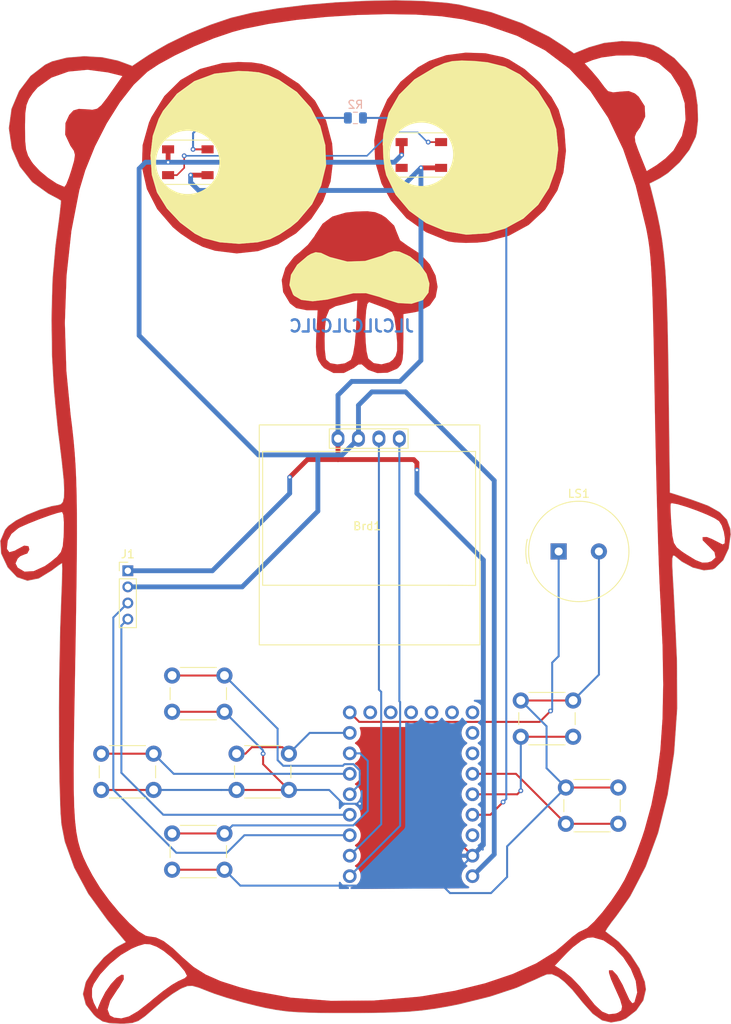
<source format=kicad_pcb>
(kicad_pcb (version 20240108) (generator "pcbnew") (generator_version "8.0")
  (layers (0 "F.Cu" signal) (31 "B.Cu" signal) (34 "B.Paste" user) (35 "F.Paste" user) (36 "B.SilkS" user "B.Silkscreen") (37 "F.SilkS" user "F.Silkscreen") (38 "B.Mask" user) (39 "F.Mask" user) (44 "Edge.Cuts" user))
  (net 0 "")
  (net 1 "GND")
  (net 2 "VCC")
  (net 3 "Net-(D1-DIN)")
  (net 4 "Net-(D1-DOUT)")
  (net 6 "/SDA")
  (net 7 "/SCL")
  (net 8 "/SDA1")
  (net 9 "/SCL1")
  (net 10 "Net-(U1-GP8)")
  (net 11 "/GP29")
  (net 12 "Net-(U1-GP4)")
  (net 13 "Net-(U1-GP5)")
  (net 14 "Net-(U1-GP6)")
  (net 15 "Net-(U1-GP7)")
  (net 16 "Net-(U1-GP28)")
  (net 17 "Net-(U1-GP27)")
  (footprint "MountingHole:MountingHole_3.2mm_M3" (layer "F.Cu") (at 116.4 66.6)
    (property "Reference" "REF**" (hide yes))
    (property "Value" "MountingHole_3.2mm_M3")
  )
  (footprint "LED_SMD:LED_WS2812B_PLCC4_5.0x5.0mm_P3.2mm" (layer "F.Cu") (at 95.65 79.9)
    (property "Reference" "D1" (hide yes))
    (property "Value" "WS2812B")
  )
  (footprint "LED_SMD:LED_WS2812B_PLCC4_5.0x5.0mm_P3.2mm" (layer "F.Cu") (at 124.65 79)
    (property "Reference" "D2" (hide yes))
    (property "Value" "WS2812B")
  )
  (footprint "rp2040-zero:my-rp2040-zero" (layer "F.Cu") (at 123.38 158.34 180)
    (property "Reference" "U1" (hide yes))
    (property "Value" "~" (hide yes))
  )
  (footprint "XIAO:128x64OLED" (layer "F.Cu") (at 117.92 124.8)
    (property "Reference" "Brd1")
    (property "Value" "SSD1306")
  )
  (footprint "Button_Switch_THT:SW_PUSH_6mm_H4.3mm" (layer "F.Cu") (at 137 146.7)
    (property "Reference" "SW5" (hide yes))
    (property "Value" "SW_Push")
  )
  (footprint "Button_Switch_THT:SW_PUSH_6mm_H4.3mm" (layer "F.Cu") (at 84.9 153.3)
    (property "Reference" "SW2" (hide yes))
    (property "Value" "SW_Push")
  )
  (footprint "Button_Switch_THT:SW_PUSH_6mm_H4.3mm" (layer "F.Cu") (at 93.7 163.2)
    (property "Reference" "SW3" (hide yes))
    (property "Value" "SW_Push")
  )
  (footprint "Connector_PinHeader_2.00mm:PinHeader_1x04_P2.00mm_Vertical" (layer "F.Cu") (at 88.2 130.6)
    (property "Reference" "J1")
    (property "Value" "Conn_01x04_Pin")
  )
  (footprint "Button_Switch_THT:SW_PUSH_6mm_H4.3mm" (layer "F.Cu") (at 93.7 143.6)
    (property "Reference" "SW1" (hide yes))
    (property "Value" "SW_Push")
  )
  (footprint "gopher:gopher" (layer "F.Cu") (at 117.7 123.3)
    (property "Reference" "G***" (hide yes))
    (property "Value" "LOGO" (hide yes))
    (fp_line (start -45.35 3.59) (end -44.76 2.2) (stroke (width 0.05)) (layer "Edge.Cuts"))
    (fp_line (start -45.25 5.16) (end -45.35 3.59) (stroke (width 0.05)) (layer "Edge.Cuts"))
    (fp_line (start -44.76 2.2) (end -44.36 1.73) (stroke (width 0.05)) (layer "Edge.Cuts"))
    (fp_line (start -44.43 6.89) (end -45.25 5.16) (stroke (width 0.05)) (layer "Edge.Cuts"))
    (fp_line (start -44.36 1.73) (end -43.41 1.05) (stroke (width 0.05)) (layer "Edge.Cuts"))
    (fp_line (start -44.29 -47.63) (end -43.96 -50.04) (stroke (width 0.05)) (layer "Edge.Cuts"))
    (fp_line (start -43.96 -50.04) (end -43.01 -52.27) (stroke (width 0.05)) (layer "Edge.Cuts"))
    (fp_line (start -43.93 -45.12) (end -44.29 -47.63) (stroke (width 0.05)) (layer "Edge.Cuts"))
    (fp_line (start -43.41 1.05) (end -42.02 0.33) (stroke (width 0.05)) (layer "Edge.Cuts"))
    (fp_line (start -43.28 8.11) (end -44.43 6.89) (stroke (width 0.05)) (layer "Edge.Cuts"))
    (fp_line (start -43.01 -52.27) (end -41.59 -54.13) (stroke (width 0.05)) (layer "Edge.Cuts"))
    (fp_line (start -42.93 -42.86) (end -43.93 -45.12) (stroke (width 0.05)) (layer "Edge.Cuts"))
    (fp_line (start -42.02 0.33) (end -40.41 -0.31) (stroke (width 0.05)) (layer "Edge.Cuts"))
    (fp_line (start -41.97 8.55) (end -43.28 8.11) (stroke (width 0.05)) (layer "Edge.Cuts"))
    (fp_line (start -41.59 -54.13) (end -39.78 -55.52) (stroke (width 0.05)) (layer "Edge.Cuts"))
    (fp_line (start -41.39 -40.93) (end -42.93 -42.86) (stroke (width 0.05)) (layer "Edge.Cuts"))
    (fp_line (start -40.54 8.26) (end -41.97 8.55) (stroke (width 0.05)) (layer "Edge.Cuts"))
    (fp_line (start -40.41 -0.31) (end -38.94 -0.74) (stroke (width 0.05)) (layer "Edge.Cuts"))
    (fp_line (start -39.79 7.8) (end -40.54 8.26) (stroke (width 0.05)) (layer "Edge.Cuts"))
    (fp_line (start -39.78 -55.52) (end -38.91 -55.93) (stroke (width 0.05)) (layer "Edge.Cuts"))
    (fp_line (start -39.4 -39.5) (end -41.39 -40.93) (stroke (width 0.05)) (layer "Edge.Cuts"))
    (fp_line (start -38.99 -23.79) (end -38.94 -26.34) (stroke (width 0.05)) (layer "Edge.Cuts"))
    (fp_line (start -38.95 -21.14) (end -38.99 -23.79) (stroke (width 0.05)) (layer "Edge.Cuts"))
    (fp_line (start -38.94 -26.34) (end -38.88 -28.29) (stroke (width 0.05)) (layer "Edge.Cuts"))
    (fp_line (start -38.94 -19.52) (end -38.95 -21.14) (stroke (width 0.05)) (layer "Edge.Cuts"))
    (fp_line (start -38.94 -0.74) (end -38.74 -0.78) (stroke (width 0.05)) (layer "Edge.Cuts"))
    (fp_line (start -38.94 7.28) (end -39.79 7.8) (stroke (width 0.05)) (layer "Edge.Cuts"))
    (fp_line (start -38.91 -55.93) (end -37.08 -56.4) (stroke (width 0.05)) (layer "Edge.Cuts"))
    (fp_line (start -38.88 -28.29) (end -38.85 -29.08) (stroke (width 0.05)) (layer "Edge.Cuts"))
    (fp_line (start -38.85 -29.08) (end -38.67 -31.15) (stroke (width 0.05)) (layer "Edge.Cuts"))
    (fp_line (start -38.84 -17.74) (end -38.94 -19.52) (stroke (width 0.05)) (layer "Edge.Cuts"))
    (fp_line (start -38.74 -0.78) (end -38.23 -0.86) (stroke (width 0.05)) (layer "Edge.Cuts"))
    (fp_line (start -38.73 -15.79) (end -38.84 -17.74) (stroke (width 0.05)) (layer "Edge.Cuts"))
    (fp_line (start -38.67 -31.15) (end -38.49 -33.11) (stroke (width 0.05)) (layer "Edge.Cuts"))
    (fp_line (start -38.49 -33.11) (end -38.25 -34.92) (stroke (width 0.05)) (layer "Edge.Cuts"))
    (fp_line (start -38.49 -13.05) (end -38.73 -15.79) (stroke (width 0.05)) (layer "Edge.Cuts"))
    (fp_line (start -38.38 -11.93) (end -38.49 -13.05) (stroke (width 0.05)) (layer "Edge.Cuts"))
    (fp_line (start -38.25 -34.92) (end -38.04 -36.48) (stroke (width 0.05)) (layer "Edge.Cuts"))
    (fp_line (start -38.24 -38.89) (end -39.4 -39.5) (stroke (width 0.05)) (layer "Edge.Cuts"))
    (fp_line (start -38.23 -0.86) (end -37.82 -0.98) (stroke (width 0.05)) (layer "Edge.Cuts"))
    (fp_line (start -38.18 -9.93) (end -38.38 -11.93) (stroke (width 0.05)) (layer "Edge.Cuts"))
    (fp_line (start -38.07 24.31) (end -38.05 22.38) (stroke (width 0.05)) (layer "Edge.Cuts"))
    (fp_line (start -38.06 26.6) (end -38.07 24.31) (stroke (width 0.05)) (layer "Edge.Cuts"))
    (fp_line (start -38.06 28.14) (end -38.06 26.6) (stroke (width 0.05)) (layer "Edge.Cuts"))
    (fp_line (start -38.06 28.91) (end -38.06 28.14) (stroke (width 0.05)) (layer "Edge.Cuts"))
    (fp_line (start -38.05 22.38) (end -38.04 20.73) (stroke (width 0.05)) (layer "Edge.Cuts"))
    (fp_line (start -38.04 -36.48) (end -37.89 -37.8) (stroke (width 0.05)) (layer "Edge.Cuts"))
    (fp_line (start -38.04 20.73) (end -37.99 18.47) (stroke (width 0.05)) (layer "Edge.Cuts"))
    (fp_line (start -38.03 31.31) (end -38.06 28.91) (stroke (width 0.05)) (layer "Edge.Cuts"))
    (fp_line (start -38.02 6.59) (end -38.94 7.28) (stroke (width 0.05)) (layer "Edge.Cuts"))
    (fp_line (start -38.01 33.06) (end -38.03 31.31) (stroke (width 0.05)) (layer "Edge.Cuts"))
    (fp_line (start -37.99 -8.51) (end -38.18 -9.93) (stroke (width 0.05)) (layer "Edge.Cuts"))
    (fp_line (start -37.99 18.47) (end -37.93 15) (stroke (width 0.05)) (layer "Edge.Cuts"))
    (fp_line (start -37.98 34.15) (end -38.01 33.06) (stroke (width 0.05)) (layer "Edge.Cuts"))
    (fp_line (start -37.93 15) (end -37.85 12.51) (stroke (width 0.05)) (layer "Edge.Cuts"))
    (fp_line (start -37.92 -7.9) (end -37.99 -8.51) (stroke (width 0.05)) (layer "Edge.Cuts"))
    (fp_line (start -37.89 -37.8) (end -37.84 -38.3) (stroke (width 0.05)) (layer "Edge.Cuts"))
    (fp_line (start -37.87 37.4) (end -37.98 34.15) (stroke (width 0.05)) (layer "Edge.Cuts"))
    (fp_line (start -37.85 12.51) (end -37.77 10.43) (stroke (width 0.05)) (layer "Edge.Cuts"))
    (fp_line (start -37.84 -38.3) (end -37.83 -38.64) (stroke (width 0.05)) (layer "Edge.Cuts"))
    (fp_line (start -37.83 -38.64) (end -38.24 -38.89) (stroke (width 0.05)) (layer "Edge.Cuts"))
    (fp_line (start -37.82 -0.98) (end -37.59 -1.24) (stroke (width 0.05)) (layer "Edge.Cuts"))
    (fp_line (start -37.82 6.47) (end -38.02 6.59) (stroke (width 0.05)) (layer "Edge.Cuts"))
    (fp_line (start -37.77 -6.71) (end -37.92 -7.9) (stroke (width 0.05)) (layer "Edge.Cuts"))
    (fp_line (start -37.77 10.43) (end -37.72 9.09) (stroke (width 0.05)) (layer "Edge.Cuts"))
    (fp_line (start -37.75 38.82) (end -37.87 37.4) (stroke (width 0.05)) (layer "Edge.Cuts"))
    (fp_line (start -37.72 9.09) (end -37.68 7.87) (stroke (width 0.05)) (layer "Edge.Cuts"))
    (fp_line (start -37.68 6.38) (end -37.82 6.47) (stroke (width 0.05)) (layer "Edge.Cuts"))
    (fp_line (start -37.68 6.6) (end -37.68 6.38) (stroke (width 0.05)) (layer "Edge.Cuts"))
    (fp_line (start -37.68 7.87) (end -37.66 7.05) (stroke (width 0.05)) (layer "Edge.Cuts"))
    (fp_line (start -37.66 7.05) (end -37.68 6.6) (stroke (width 0.05)) (layer "Edge.Cuts"))
    (fp_line (start -37.61 -5.22) (end -37.77 -6.71) (stroke (width 0.05)) (layer "Edge.Cuts"))
    (fp_line (start -37.59 -1.24) (end -37.45 -1.81) (stroke (width 0.05)) (layer "Edge.Cuts"))
    (fp_line (start -37.48 -4.01) (end -37.61 -5.22) (stroke (width 0.05)) (layer "Edge.Cuts"))
    (fp_line (start -37.45 -1.81) (end -37.42 -2.73) (stroke (width 0.05)) (layer "Edge.Cuts"))
    (fp_line (start -37.42 -2.73) (end -37.48 -4.01) (stroke (width 0.05)) (layer "Edge.Cuts"))
    (fp_line (start -37.34 40.92) (end -37.75 38.82) (stroke (width 0.05)) (layer "Edge.Cuts"))
    (fp_line (start -37.08 -56.4) (end -34.92 -56.58) (stroke (width 0.05)) (layer "Edge.Cuts"))
    (fp_line (start -36.17 44.16) (end -37.34 40.92) (stroke (width 0.05)) (layer "Edge.Cuts"))
    (fp_line (start -35.09 59.83) (end -34.75 58.38) (stroke (width 0.05)) (layer "Edge.Cuts"))
    (fp_line (start -34.92 -56.58) (end -33.6 -56.5) (stroke (width 0.05)) (layer "Edge.Cuts"))
    (fp_line (start -34.75 58.38) (end -34.65 58.17) (stroke (width 0.05)) (layer "Edge.Cuts"))
    (fp_line (start -34.73 61.16) (end -35.09 59.83) (stroke (width 0.05)) (layer "Edge.Cuts"))
    (fp_line (start -34.65 58.17) (end -34.01 57.16) (stroke (width 0.05)) (layer "Edge.Cuts"))
    (fp_line (start -34.42 47.41) (end -36.17 44.16) (stroke (width 0.05)) (layer "Edge.Cuts"))
    (fp_line (start -34.1 47.83) (end -34.42 47.41) (stroke (width 0.05)) (layer "Edge.Cuts"))
    (fp_line (start -34.01 57.16) (end -33.72 56.69) (stroke (width 0.05)) (layer "Edge.Cuts"))
    (fp_line (start -33.73 62.43) (end -34.73 61.16) (stroke (width 0.05)) (layer "Edge.Cuts"))
    (fp_line (start -33.72 56.69) (end -32.74 55.57) (stroke (width 0.05)) (layer "Edge.Cuts"))
    (fp_line (start -33.6 -56.5) (end -32.71 -56.45) (stroke (width 0.05)) (layer "Edge.Cuts"))
    (fp_line (start -33.39 62.75) (end -33.73 62.43) (stroke (width 0.05)) (layer "Edge.Cuts"))
    (fp_line (start -32.74 55.57) (end -32.5 55.28) (stroke (width 0.05)) (layer "Edge.Cuts"))
    (fp_line (start -32.71 -56.45) (end -32.04 -56.31) (stroke (width 0.05)) (layer "Edge.Cuts"))
    (fp_line (start -32.69 49.78) (end -34.1 47.83) (stroke (width 0.05)) (layer "Edge.Cuts"))
    (fp_line (start -32.65 63.24) (end -33.39 62.75) (stroke (width 0.05)) (layer "Edge.Cuts"))
    (fp_line (start -32.5 55.28) (end -31.32 54.29) (stroke (width 0.05)) (layer "Edge.Cuts"))
    (fp_line (start -32.04 -56.31) (end -30.74 -56.03) (stroke (width 0.05)) (layer "Edge.Cuts"))
    (fp_line (start -32 50.72) (end -32.69 49.78) (stroke (width 0.05)) (layer "Edge.Cuts"))
    (fp_line (start -31.78 63.46) (end -32.65 63.24) (stroke (width 0.05)) (layer "Edge.Cuts"))
    (fp_line (start -31.32 54.29) (end -31.12 54.13) (stroke (width 0.05)) (layer "Edge.Cuts"))
    (fp_line (start -31.12 54.13) (end -30.72 53.88) (stroke (width 0.05)) (layer "Edge.Cuts"))
    (fp_line (start -30.91 52.03) (end -32 50.72) (stroke (width 0.05)) (layer "Edge.Cuts"))
    (fp_line (start -30.74 -56.03) (end -29.77 -55.68) (stroke (width 0.05)) (layer "Edge.Cuts"))
    (fp_line (start -30.72 53.88) (end -30.23 53.62) (stroke (width 0.05)) (layer "Edge.Cuts"))
    (fp_line (start -30.47 63.52) (end -31.78 63.46) (stroke (width 0.05)) (layer "Edge.Cuts"))
    (fp_line (start -30.23 53.62) (end -29.78 53.38) (stroke (width 0.05)) (layer "Edge.Cuts"))
    (fp_line (start -30.02 53.1) (end -30.91 52.03) (stroke (width 0.05)) (layer "Edge.Cuts"))
    (fp_line (start -29.92 63.52) (end -30.47 63.52) (stroke (width 0.05)) (layer "Edge.Cuts"))
    (fp_line (start -29.78 53.38) (end -30.02 53.1) (stroke (width 0.05)) (layer "Edge.Cuts"))
    (fp_line (start -29.77 -55.68) (end -28.95 -55.37) (stroke (width 0.05)) (layer "Edge.Cuts"))
    (fp_line (start -28.96 63.44) (end -29.92 63.52) (stroke (width 0.05)) (layer "Edge.Cuts"))
    (fp_line (start -28.95 -55.37) (end -27.96 -56.04) (stroke (width 0.05)) (layer "Edge.Cuts"))
    (fp_line (start -28.19 63.18) (end -28.96 63.44) (stroke (width 0.05)) (layer "Edge.Cuts"))
    (fp_line (start -27.96 -56.04) (end -26.9 -56.74) (stroke (width 0.05)) (layer "Edge.Cuts"))
    (fp_line (start -27.39 62.63) (end -28.19 63.18) (stroke (width 0.05)) (layer "Edge.Cuts"))
    (fp_line (start -26.93 62.24) (end -27.39 62.63) (stroke (width 0.05)) (layer "Edge.Cuts"))
    (fp_line (start -26.9 -56.74) (end -25.7 -57.46) (stroke (width 0.05)) (layer "Edge.Cuts"))
    (fp_line (start -26.27 61.66) (end -26.93 62.24) (stroke (width 0.05)) (layer "Edge.Cuts"))
    (fp_line (start -25.78 61.25) (end -26.27 61.66) (stroke (width 0.05)) (layer "Edge.Cuts"))
    (fp_line (start -25.7 -57.46) (end -24.89 -57.92) (stroke (width 0.05)) (layer "Edge.Cuts"))
    (fp_line (start -25.1 60.68) (end -25.78 61.25) (stroke (width 0.05)) (layer "Edge.Cuts"))
    (fp_line (start -24.89 -57.92) (end -24.58 -58.1) (stroke (width 0.05)) (layer "Edge.Cuts"))
    (fp_line (start -24.58 -58.1) (end -22.21 -59.25) (stroke (width 0.05)) (layer "Edge.Cuts"))
    (fp_line (start -24.35 60.12) (end -25.1 60.68) (stroke (width 0.05)) (layer "Edge.Cuts"))
    (fp_line (start -23.96 59.83) (end -24.35 60.12) (stroke (width 0.05)) (layer "Edge.Cuts"))
    (fp_line (start -23.7 59.67) (end -23.96 59.83) (stroke (width 0.05)) (layer "Edge.Cuts"))
    (fp_line (start -22.99 59.23) (end -23.7 59.67) (stroke (width 0.05)) (layer "Edge.Cuts"))
    (fp_line (start -22.72 59.1) (end -22.99 59.23) (stroke (width 0.05)) (layer "Edge.Cuts"))
    (fp_line (start -22.21 -59.25) (end -21.72 -59.47) (stroke (width 0.05)) (layer "Edge.Cuts"))
    (fp_line (start -22.1 58.86) (end -22.72 59.1) (stroke (width 0.05)) (layer "Edge.Cuts"))
    (fp_line (start -21.72 -59.47) (end -19.31 -60.45) (stroke (width 0.05)) (layer "Edge.Cuts"))
    (fp_line (start -21.51 58.83) (end -22.1 58.86) (stroke (width 0.05)) (layer "Edge.Cuts"))
    (fp_line (start -20.89 59) (end -21.51 58.83) (stroke (width 0.05)) (layer "Edge.Cuts"))
    (fp_line (start -20.6 59.09) (end -20.89 59) (stroke (width 0.05)) (layer "Edge.Cuts"))
    (fp_line (start -20.15 59.27) (end -20.6 59.09) (stroke (width 0.05)) (layer "Edge.Cuts"))
    (fp_line (start -19.46 59.54) (end -20.15 59.27) (stroke (width 0.05)) (layer "Edge.Cuts"))
    (fp_line (start -19.31 -60.45) (end -16.7 -61.34) (stroke (width 0.05)) (layer "Edge.Cuts"))
    (fp_line (start -18.72 59.82) (end -19.46 59.54) (stroke (width 0.05)) (layer "Edge.Cuts"))
    (fp_line (start -17.19 60.32) (end -18.72 59.82) (stroke (width 0.05)) (layer "Edge.Cuts"))
    (fp_line (start -16.7 -61.34) (end -14.05 -61.98) (stroke (width 0.05)) (layer "Edge.Cuts"))
    (fp_line (start -16.14 60.62) (end -17.19 60.32) (stroke (width 0.05)) (layer "Edge.Cuts"))
    (fp_line (start -15.17 60.9) (end -16.14 60.62) (stroke (width 0.05)) (layer "Edge.Cuts"))
    (fp_line (start -14.05 -61.98) (end -10.91 -62.51) (stroke (width 0.05)) (layer "Edge.Cuts"))
    (fp_line (start -13.61 61.29) (end -15.17 60.9) (stroke (width 0.05)) (layer "Edge.Cuts"))
    (fp_line (start -12.43 61.57) (end -13.61 61.29) (stroke (width 0.05)) (layer "Edge.Cuts"))
    (fp_line (start -11.12 61.81) (end -12.43 61.57) (stroke (width 0.05)) (layer "Edge.Cuts"))
    (fp_line (start -10.91 -62.51) (end -7.39 -62.95) (stroke (width 0.05)) (layer "Edge.Cuts"))
    (fp_line (start -9.78 62) (end -11.12 61.81) (stroke (width 0.05)) (layer "Edge.Cuts"))
    (fp_line (start -8.45 62.1) (end -9.78 62) (stroke (width 0.05)) (layer "Edge.Cuts"))
    (fp_line (start -7.64 62.13) (end -8.45 62.1) (stroke (width 0.05)) (layer "Edge.Cuts"))
    (fp_line (start -7.39 -62.95) (end -4.97 -63.15) (stroke (width 0.05)) (layer "Edge.Cuts"))
    (fp_line (start -5.78 62.19) (end -7.64 62.13) (stroke (width 0.05)) (layer "Edge.Cuts"))
    (fp_line (start -4.97 -63.15) (end -3.63 -63.26) (stroke (width 0.05)) (layer "Edge.Cuts"))
    (fp_line (start -4.09 62.2) (end -5.78 62.19) (stroke (width 0.05)) (layer "Edge.Cuts"))
    (fp_line (start -3.63 -63.26) (end -1.9 -63.35) (stroke (width 0.05)) (layer "Edge.Cuts"))
    (fp_line (start -2.01 62.2) (end -4.09 62.2) (stroke (width 0.05)) (layer "Edge.Cuts"))
    (fp_line (start -1.9 -63.35) (end 0.09 -63.45) (stroke (width 0.05)) (layer "Edge.Cuts"))
    (fp_line (start -0.94 62.2) (end -2.01 62.2) (stroke (width 0.05)) (layer "Edge.Cuts"))
    (fp_line (start 0.09 -63.45) (end 2.08 -63.49) (stroke (width 0.05)) (layer "Edge.Cuts"))
    (fp_line (start 0.58 62.19) (end -0.94 62.2) (stroke (width 0.05)) (layer "Edge.Cuts"))
    (fp_line (start 1.44 62.18) (end 0.58 62.19) (stroke (width 0.05)) (layer "Edge.Cuts"))
    (fp_line (start 2.08 -63.49) (end 3.77 -63.51) (stroke (width 0.05)) (layer "Edge.Cuts"))
    (fp_line (start 2.7 62.14) (end 1.44 62.18) (stroke (width 0.05)) (layer "Edge.Cuts"))
    (fp_line (start 3.63 62.12) (end 2.7 62.14) (stroke (width 0.05)) (layer "Edge.Cuts"))
    (fp_line (start 3.77 -63.51) (end 6.18 -63.46) (stroke (width 0.05)) (layer "Edge.Cuts"))
    (fp_line (start 4.55 62.07) (end 3.63 62.12) (stroke (width 0.05)) (layer "Edge.Cuts"))
    (fp_line (start 5.31 62.04) (end 4.55 62.07) (stroke (width 0.05)) (layer "Edge.Cuts"))
    (fp_line (start 5.64 62.01) (end 5.31 62.04) (stroke (width 0.05)) (layer "Edge.Cuts"))
    (fp_line (start 6.18 -63.46) (end 7.18 -63.43) (stroke (width 0.05)) (layer "Edge.Cuts"))
    (fp_line (start 6.3 61.95) (end 5.64 62.01) (stroke (width 0.05)) (layer "Edge.Cuts"))
    (fp_line (start 7.06 61.88) (end 6.3 61.95) (stroke (width 0.05)) (layer "Edge.Cuts"))
    (fp_line (start 7.18 -63.43) (end 10.13 -63.2) (stroke (width 0.05)) (layer "Edge.Cuts"))
    (fp_line (start 7.65 61.8) (end 7.06 61.88) (stroke (width 0.05)) (layer "Edge.Cuts"))
    (fp_line (start 8.66 61.66) (end 7.65 61.8) (stroke (width 0.05)) (layer "Edge.Cuts"))
    (fp_line (start 8.91 61.62) (end 8.66 61.66) (stroke (width 0.05)) (layer "Edge.Cuts"))
    (fp_line (start 9.61 61.5) (end 8.91 61.62) (stroke (width 0.05)) (layer "Edge.Cuts"))
    (fp_line (start 10.13 -63.2) (end 11.7 -62.97) (stroke (width 0.05)) (layer "Edge.Cuts"))
    (fp_line (start 10.5 61.34) (end 9.61 61.5) (stroke (width 0.05)) (layer "Edge.Cuts"))
    (fp_line (start 11.16 61.21) (end 10.5 61.34) (stroke (width 0.05)) (layer "Edge.Cuts"))
    (fp_line (start 11.69 61.1) (end 11.16 61.21) (stroke (width 0.05)) (layer "Edge.Cuts"))
    (fp_line (start 11.7 -62.97) (end 13.57 -62.53) (stroke (width 0.05)) (layer "Edge.Cuts"))
    (fp_line (start 12.47 60.91) (end 11.69 61.1) (stroke (width 0.05)) (layer "Edge.Cuts"))
    (fp_line (start 13.43 60.67) (end 12.47 60.91) (stroke (width 0.05)) (layer "Edge.Cuts"))
    (fp_line (start 13.57 -62.53) (end 15.65 -62.03) (stroke (width 0.05)) (layer "Edge.Cuts"))
    (fp_line (start 14.57 60.39) (end 13.43 60.67) (stroke (width 0.05)) (layer "Edge.Cuts"))
    (fp_line (start 15.54 60.14) (end 14.57 60.39) (stroke (width 0.05)) (layer "Edge.Cuts"))
    (fp_line (start 15.65 -62.03) (end 17.19 -61.48) (stroke (width 0.05)) (layer "Edge.Cuts"))
    (fp_line (start 16.4 59.86) (end 15.54 60.14) (stroke (width 0.05)) (layer "Edge.Cuts"))
    (fp_line (start 17.12 59.62) (end 16.4 59.86) (stroke (width 0.05)) (layer "Edge.Cuts"))
    (fp_line (start 17.19 -61.48) (end 19.46 -60.67) (stroke (width 0.05)) (layer "Edge.Cuts"))
    (fp_line (start 17.63 59.45) (end 17.12 59.62) (stroke (width 0.05)) (layer "Edge.Cuts"))
    (fp_line (start 18.31 59.23) (end 17.63 59.45) (stroke (width 0.05)) (layer "Edge.Cuts"))
    (fp_line (start 18.77 59.07) (end 18.31 59.23) (stroke (width 0.05)) (layer "Edge.Cuts"))
    (fp_line (start 19.17 58.9) (end 18.77 59.07) (stroke (width 0.05)) (layer "Edge.Cuts"))
    (fp_line (start 19.46 -60.67) (end 22.84 -58.99) (stroke (width 0.05)) (layer "Edge.Cuts"))
    (fp_line (start 19.54 58.73) (end 19.17 58.9) (stroke (width 0.05)) (layer "Edge.Cuts"))
    (fp_line (start 20.16 58.45) (end 19.54 58.73) (stroke (width 0.05)) (layer "Edge.Cuts"))
    (fp_line (start 20.75 58.2) (end 20.16 58.45) (stroke (width 0.05)) (layer "Edge.Cuts"))
    (fp_line (start 21.2 58) (end 20.75 58.2) (stroke (width 0.05)) (layer "Edge.Cuts"))
    (fp_line (start 21.69 57.77) (end 21.2 58) (stroke (width 0.05)) (layer "Edge.Cuts"))
    (fp_line (start 21.89 57.68) (end 21.69 57.77) (stroke (width 0.05)) (layer "Edge.Cuts"))
    (fp_line (start 22.54 57.41) (end 21.89 57.68) (stroke (width 0.05)) (layer "Edge.Cuts"))
    (fp_line (start 22.84 -58.99) (end 24.79 -57.73) (stroke (width 0.05)) (layer "Edge.Cuts"))
    (fp_line (start 23.16 57.39) (end 22.54 57.41) (stroke (width 0.05)) (layer "Edge.Cuts"))
    (fp_line (start 23.92 57.72) (end 23.16 57.39) (stroke (width 0.05)) (layer "Edge.Cuts"))
    (fp_line (start 24.08 57.84) (end 23.92 57.72) (stroke (width 0.05)) (layer "Edge.Cuts"))
    (fp_line (start 24.71 58.34) (end 24.08 57.84) (stroke (width 0.05)) (layer "Edge.Cuts"))
    (fp_line (start 24.79 -57.73) (end 25.9 -56.93) (stroke (width 0.05)) (layer "Edge.Cuts"))
    (fp_line (start 25.08 58.71) (end 24.71 58.34) (stroke (width 0.05)) (layer "Edge.Cuts"))
    (fp_line (start 25.68 59.31) (end 25.08 58.71) (stroke (width 0.05)) (layer "Edge.Cuts"))
    (fp_line (start 25.85 59.52) (end 25.68 59.31) (stroke (width 0.05)) (layer "Edge.Cuts"))
    (fp_line (start 25.9 -56.93) (end 27.78 -57.69) (stroke (width 0.05)) (layer "Edge.Cuts"))
    (fp_line (start 26.34 60.12) (end 25.85 59.52) (stroke (width 0.05)) (layer "Edge.Cuts"))
    (fp_line (start 26.94 60.86) (end 26.34 60.12) (stroke (width 0.05)) (layer "Edge.Cuts"))
    (fp_line (start 27.3 61.27) (end 26.94 60.86) (stroke (width 0.05)) (layer "Edge.Cuts"))
    (fp_line (start 27.78 -57.69) (end 29.66 -58.23) (stroke (width 0.05)) (layer "Edge.Cuts"))
    (fp_line (start 28.22 62.29) (end 27.3 61.27) (stroke (width 0.05)) (layer "Edge.Cuts"))
    (fp_line (start 29.38 63.11) (end 28.22 62.29) (stroke (width 0.05)) (layer "Edge.Cuts"))
    (fp_line (start 29.66 -58.23) (end 31.86 -58.46) (stroke (width 0.05)) (layer "Edge.Cuts"))
    (fp_line (start 29.84 52.05) (end 30.47 52.54) (stroke (width 0.05)) (layer "Edge.Cuts"))
    (fp_line (start 30.04 51.7) (end 29.84 52.05) (stroke (width 0.05)) (layer "Edge.Cuts"))
    (fp_line (start 30.13 51.57) (end 30.04 51.7) (stroke (width 0.05)) (layer "Edge.Cuts"))
    (fp_line (start 30.47 52.54) (end 31.36 53.24) (stroke (width 0.05)) (layer "Edge.Cuts"))
    (fp_line (start 30.51 63.38) (end 29.38 63.11) (stroke (width 0.05)) (layer "Edge.Cuts"))
    (fp_line (start 30.59 50.92) (end 30.13 51.57) (stroke (width 0.05)) (layer "Edge.Cuts"))
    (fp_line (start 31.13 50.23) (end 30.59 50.92) (stroke (width 0.05)) (layer "Edge.Cuts"))
    (fp_line (start 31.36 53.24) (end 31.48 53.33) (stroke (width 0.05)) (layer "Edge.Cuts"))
    (fp_line (start 31.48 53.33) (end 32.15 54.06) (stroke (width 0.05)) (layer "Edge.Cuts"))
    (fp_line (start 31.73 63.16) (end 30.51 63.38) (stroke (width 0.05)) (layer "Edge.Cuts"))
    (fp_line (start 31.85 49.23) (end 31.13 50.23) (stroke (width 0.05)) (layer "Edge.Cuts"))
    (fp_line (start 31.86 -58.46) (end 33.95 -58.36) (stroke (width 0.05)) (layer "Edge.Cuts"))
    (fp_line (start 32.15 54.06) (end 32.96 54.96) (stroke (width 0.05)) (layer "Edge.Cuts"))
    (fp_line (start 32.4 62.86) (end 31.73 63.16) (stroke (width 0.05)) (layer "Edge.Cuts"))
    (fp_line (start 32.89 47.73) (end 31.85 49.23) (stroke (width 0.05)) (layer "Edge.Cuts"))
    (fp_line (start 32.96 54.96) (end 33.71 56.11) (stroke (width 0.05)) (layer "Edge.Cuts"))
    (fp_line (start 33.39 46.79) (end 32.89 47.73) (stroke (width 0.05)) (layer "Edge.Cuts"))
    (fp_line (start 33.66 61.88) (end 32.4 62.86) (stroke (width 0.05)) (layer "Edge.Cuts"))
    (fp_line (start 33.71 56.11) (end 34.05 56.64) (stroke (width 0.05)) (layer "Edge.Cuts"))
    (fp_line (start 33.89 45.83) (end 33.39 46.79) (stroke (width 0.05)) (layer "Edge.Cuts"))
    (fp_line (start 33.95 -58.36) (end 35.77 -57.96) (stroke (width 0.05)) (layer "Edge.Cuts"))
    (fp_line (start 34.05 56.64) (end 34.72 58.32) (stroke (width 0.05)) (layer "Edge.Cuts"))
    (fp_line (start 34.53 60.63) (end 33.66 61.88) (stroke (width 0.05)) (layer "Edge.Cuts"))
    (fp_line (start 34.72 58.32) (end 34.85 59.26) (stroke (width 0.05)) (layer "Edge.Cuts"))
    (fp_line (start 34.79 44.09) (end 33.89 45.83) (stroke (width 0.05)) (layer "Edge.Cuts"))
    (fp_line (start 34.85 59.26) (end 34.53 60.63) (stroke (width 0.05)) (layer "Edge.Cuts"))
    (fp_line (start 34.9 43.83) (end 34.79 44.09) (stroke (width 0.05)) (layer "Edge.Cuts"))
    (fp_line (start 35.31 -40.75) (end 35.46 -40.21) (stroke (width 0.05)) (layer "Edge.Cuts"))
    (fp_line (start 35.46 -40.21) (end 35.64 -39.51) (stroke (width 0.05)) (layer "Edge.Cuts"))
    (fp_line (start 35.64 -39.51) (end 35.8 -38.88) (stroke (width 0.05)) (layer "Edge.Cuts"))
    (fp_line (start 35.77 -57.96) (end 36.49 -57.65) (stroke (width 0.05)) (layer "Edge.Cuts"))
    (fp_line (start 35.8 -38.88) (end 36.1 -37.65) (stroke (width 0.05)) (layer "Edge.Cuts"))
    (fp_line (start 35.97 -41.08) (end 35.31 -40.75) (stroke (width 0.05)) (layer "Edge.Cuts"))
    (fp_line (start 36.1 -37.65) (end 36.29 -36.85) (stroke (width 0.05)) (layer "Edge.Cuts"))
    (fp_line (start 36.29 -36.85) (end 36.42 -36.22) (stroke (width 0.05)) (layer "Edge.Cuts"))
    (fp_line (start 36.37 39.84) (end 34.9 43.83) (stroke (width 0.05)) (layer "Edge.Cuts"))
    (fp_line (start 36.42 -36.22) (end 36.6 -35.35) (stroke (width 0.05)) (layer "Edge.Cuts"))
    (fp_line (start 36.49 -57.65) (end 38.39 -56.33) (stroke (width 0.05)) (layer "Edge.Cuts"))
    (fp_line (start 36.59 -41.4) (end 35.97 -41.08) (stroke (width 0.05)) (layer "Edge.Cuts"))
    (fp_line (start 36.6 -35.35) (end 36.73 -34.59) (stroke (width 0.05)) (layer "Edge.Cuts"))
    (fp_line (start 36.73 -34.59) (end 36.87 -33.75) (stroke (width 0.05)) (layer "Edge.Cuts"))
    (fp_line (start 36.87 -33.75) (end 37.1 -31.88) (stroke (width 0.05)) (layer "Edge.Cuts"))
    (fp_line (start 36.95 -41.63) (end 36.59 -41.4) (stroke (width 0.05)) (layer "Edge.Cuts"))
    (fp_line (start 36.97 37.46) (end 36.37 39.84) (stroke (width 0.05)) (layer "Edge.Cuts"))
    (fp_line (start 37.1 -31.88) (end 37.27 -30.02) (stroke (width 0.05)) (layer "Edge.Cuts"))
    (fp_line (start 37.27 -30.02) (end 37.41 -27.51) (stroke (width 0.05)) (layer "Edge.Cuts"))
    (fp_line (start 37.41 -27.51) (end 37.52 -24.34) (stroke (width 0.05)) (layer "Edge.Cuts"))
    (fp_line (start 37.52 -24.34) (end 37.64 -18.96) (stroke (width 0.05)) (layer "Edge.Cuts"))
    (fp_line (start 37.56 35.08) (end 36.97 37.46) (stroke (width 0.05)) (layer "Edge.Cuts"))
    (fp_line (start 37.59 -42.05) (end 36.95 -41.63) (stroke (width 0.05)) (layer "Edge.Cuts"))
    (fp_line (start 37.64 -18.96) (end 37.68 -14.97) (stroke (width 0.05)) (layer "Edge.Cuts"))
    (fp_line (start 37.68 -14.97) (end 37.73 -11.35) (stroke (width 0.05)) (layer "Edge.Cuts"))
    (fp_line (start 37.73 -11.35) (end 37.77 -8.14) (stroke (width 0.05)) (layer "Edge.Cuts"))
    (fp_line (start 37.77 -8.14) (end 37.8 -5.5) (stroke (width 0.05)) (layer "Edge.Cuts"))
    (fp_line (start 37.8 -5.5) (end 37.83 -3.37) (stroke (width 0.05)) (layer "Edge.Cuts"))
    (fp_line (start 37.83 -3.37) (end 37.83 -2.41) (stroke (width 0.05)) (layer "Edge.Cuts"))
    (fp_line (start 37.83 -2.41) (end 38.6 -2.17) (stroke (width 0.05)) (layer "Edge.Cuts"))
    (fp_line (start 37.94 32.64) (end 37.56 35.08) (stroke (width 0.05)) (layer "Edge.Cuts"))
    (fp_line (start 38.13 5.78) (end 38.13 6.19) (stroke (width 0.05)) (layer "Edge.Cuts"))
    (fp_line (start 38.13 6.19) (end 38.13 6.73) (stroke (width 0.05)) (layer "Edge.Cuts"))
    (fp_line (start 38.13 6.73) (end 38.19 7.94) (stroke (width 0.05)) (layer "Edge.Cuts"))
    (fp_line (start 38.19 7.94) (end 38.26 9.05) (stroke (width 0.05)) (layer "Edge.Cuts"))
    (fp_line (start 38.22 5.44) (end 38.13 5.78) (stroke (width 0.05)) (layer "Edge.Cuts"))
    (fp_line (start 38.26 9.05) (end 38.31 10.03) (stroke (width 0.05)) (layer "Edge.Cuts"))
    (fp_line (start 38.31 10.03) (end 38.35 10.72) (stroke (width 0.05)) (layer "Edge.Cuts"))
    (fp_line (start 38.35 10.72) (end 38.46 13.05) (stroke (width 0.05)) (layer "Edge.Cuts"))
    (fp_line (start 38.36 29.91) (end 37.94 32.64) (stroke (width 0.05)) (layer "Edge.Cuts"))
    (fp_line (start 38.38 5.45) (end 38.22 5.44) (stroke (width 0.05)) (layer "Edge.Cuts"))
    (fp_line (start 38.39 -56.33) (end 39.94 -54.66) (stroke (width 0.05)) (layer "Edge.Cuts"))
    (fp_line (start 38.43 5.49) (end 38.38 5.45) (stroke (width 0.05)) (layer "Edge.Cuts"))
    (fp_line (start 38.46 13.05) (end 38.54 14.67) (stroke (width 0.05)) (layer "Edge.Cuts"))
    (fp_line (start 38.54 14.67) (end 38.62 16.34) (stroke (width 0.05)) (layer "Edge.Cuts"))
    (fp_line (start 38.6 -2.17) (end 39.65 -1.83) (stroke (width 0.05)) (layer "Edge.Cuts"))
    (fp_line (start 38.62 16.34) (end 38.66 17.42) (stroke (width 0.05)) (layer "Edge.Cuts"))
    (fp_line (start 38.66 17.42) (end 38.71 18.45) (stroke (width 0.05)) (layer "Edge.Cuts"))
    (fp_line (start 38.71 18.45) (end 38.72 19.55) (stroke (width 0.05)) (layer "Edge.Cuts"))
    (fp_line (start 38.72 19.55) (end 38.72 20.65) (stroke (width 0.05)) (layer "Edge.Cuts"))
    (fp_line (start 38.72 20.65) (end 38.73 22.25) (stroke (width 0.05)) (layer "Edge.Cuts"))
    (fp_line (start 38.73 22.25) (end 38.74 24.37) (stroke (width 0.05)) (layer "Edge.Cuts"))
    (fp_line (start 38.74 24.37) (end 38.36 29.91) (stroke (width 0.05)) (layer "Edge.Cuts"))
    (fp_line (start 39.04 -43.37) (end 37.59 -42.05) (stroke (width 0.05)) (layer "Edge.Cuts"))
    (fp_line (start 39.3 6.19) (end 38.43 5.49) (stroke (width 0.05)) (layer "Edge.Cuts"))
    (fp_line (start 39.65 -1.83) (end 40.49 -1.55) (stroke (width 0.05)) (layer "Edge.Cuts"))
    (fp_line (start 39.94 -54.66) (end 40.57 -53.61) (stroke (width 0.05)) (layer "Edge.Cuts"))
    (fp_line (start 40.24 -44.9) (end 39.04 -43.37) (stroke (width 0.05)) (layer "Edge.Cuts"))
    (fp_line (start 40.49 -1.55) (end 41.69 -1.12) (stroke (width 0.05)) (layer "Edge.Cuts"))
    (fp_line (start 40.57 -53.61) (end 41.01 -52.26) (stroke (width 0.05)) (layer "Edge.Cuts"))
    (fp_line (start 40.64 6.91) (end 39.3 6.19) (stroke (width 0.05)) (layer "Edge.Cuts"))
    (fp_line (start 41.01 -52.26) (end 41.27 -50.46) (stroke (width 0.05)) (layer "Edge.Cuts"))
    (fp_line (start 41.02 -46.49) (end 40.24 -44.9) (stroke (width 0.05)) (layer "Edge.Cuts"))
    (fp_line (start 41.15 -46.97) (end 41.02 -46.49) (stroke (width 0.05)) (layer "Edge.Cuts"))
    (fp_line (start 41.27 -50.46) (end 41.33 -48.63) (stroke (width 0.05)) (layer "Edge.Cuts"))
    (fp_line (start 41.33 -48.63) (end 41.15 -46.97) (stroke (width 0.05)) (layer "Edge.Cuts"))
    (fp_line (start 41.69 -1.12) (end 42.59 -0.78) (stroke (width 0.05)) (layer "Edge.Cuts"))
    (fp_line (start 42.05 7.27) (end 40.64 6.91) (stroke (width 0.05)) (layer "Edge.Cuts"))
    (fp_line (start 42.59 -0.78) (end 42.96 -0.58) (stroke (width 0.05)) (layer "Edge.Cuts"))
    (fp_line (start 42.96 -0.58) (end 43.67 -0.18) (stroke (width 0.05)) (layer "Edge.Cuts"))
    (fp_line (start 43.13 7.14) (end 42.05 7.27) (stroke (width 0.05)) (layer "Edge.Cuts"))
    (fp_line (start 43.43 7) (end 43.13 7.14) (stroke (width 0.05)) (layer "Edge.Cuts"))
    (fp_line (start 43.67 -0.18) (end 44.03 0.03) (stroke (width 0.05)) (layer "Edge.Cuts"))
    (fp_line (start 44.03 0.03) (end 44.91 0.95) (stroke (width 0.05)) (layer "Edge.Cuts"))
    (fp_line (start 44.45 6.01) (end 43.43 7) (stroke (width 0.05)) (layer "Edge.Cuts"))
    (fp_line (start 44.91 0.95) (end 45.32 2.06) (stroke (width 0.05)) (layer "Edge.Cuts"))
    (fp_line (start 45.14 4.54) (end 44.45 6.01) (stroke (width 0.05)) (layer "Edge.Cuts"))
    (fp_line (start 45.32 2.06) (end 45.38 2.8) (stroke (width 0.05)) (layer "Edge.Cuts"))
    (fp_line (start 45.38 2.8) (end 45.14 4.54) (stroke (width 0.05)) (layer "Edge.Cuts"))
  )
  (footprint "Button_Switch_THT:SW_PUSH_6mm_H4.3mm" (layer "F.Cu") (at 101.7 153.3)
    (property "Reference" "SW4" (hide yes))
    (property "Value" "SW_Push")
  )
  (footprint "Button_Switch_THT:SW_PUSH_6mm_H4.3mm" (layer "F.Cu") (at 142.6 157.5)
    (property "Reference" "SW6" (hide yes))
    (property "Value" "SW_Push")
  )
  (footprint "Buzzer_Beeper:Buzzer_TDK_PS1240P02BT_D12.2mm_H6.5mm" (layer "F.Cu") (at 141.7 128.2)
    (property "Reference" "LS1")
    (property "Value" "Speaker")
  )
  (footprint "Resistor_SMD:R_0805_2012Metric" (layer "B.Cu") (at 116.4625 74.4 180)
    (property "Reference" "R2")
    (property "Value" "330")
  )
  (gr_text "JLCJLCJLCJLC" (at 123.9 101.1 0) (layer "B.Cu") (effects (font (size 1.5 1.5) (thickness 0.3) (bold yes)) (justify left bottom mirror)))
  (segment (start 117 159.5) (end 124.54 159.5) (width 0.25) (layer "F.Cu") (net 1))
  (segment (start 105 154.6) (end 108.2 157.8) (width 0.25) (layer "F.Cu") (net 1))
  (segment (start 93.7 148.1) (end 100.2 148.1) (width 0.25) (layer "F.Cu") (net 1))
  (segment (start 137 146.7) (end 143.5 146.7) (width 0.25) (layer "F.Cu") (net 1))
  (segment (start 105 153.3) (end 105 154.6) (width 0.25) (layer "F.Cu") (net 1))
  (segment (start 110.5 116.8) (end 108.3 119) (width 0.6) (layer "F.Cu") (net 1))
  (segment (start 123.7 116.8) (end 124.1 117.2) (width 0.6) (layer "F.Cu") (net 1))
  (segment (start 114.3 116.8) (end 114.3 114.2) (width 0.6) (layer "F.Cu") (net 1))
  (segment (start 124.1 117.2) (end 124.1 118.1) (width 0.6) (layer "F.Cu") (net 1))
  (segment (start 124.6 80.6) (end 127.1 80.6) (width 0.6) (layer "F.Cu") (net 1))
  (segment (start 114.3 116.8) (end 110.5 116.8) (width 0.6) (layer "F.Cu") (net 1))
  (segment (start 124.54 159.5) (end 131 165.96) (width 0.25) (layer "F.Cu") (net 1))
  (segment (start 98 81.6) (end 98.1 81.5) (width 0.6) (layer "F.Cu") (net 1))
  (segment (start 98.1 81.5) (end 96 81.5) (width 0.6) (layer "F.Cu") (net 1))
  (segment (start 93.7 167.7) (end 100.2 167.7) (width 0.25) (layer "F.Cu") (net 1))
  (segment (start 114.3 116.8) (end 123.7 116.8) (width 0.6) (layer "F.Cu") (net 1))
  (segment (start 101.7 157.8) (end 108.2 157.8) (width 0.25) (layer "F.Cu") (net 1))
  (segment (start 142.6 157.5) (end 149.1 157.5) (width 0.25) (layer "F.Cu") (net 1))
  (segment (start 84.9 157.8) (end 91.4 157.8) (width 0.25) (layer "F.Cu") (net 1))
  (via (at 108.3 119) (size 0.6) (drill 0.3) (layers "F.Cu" "B.Cu") (net 1))
  (via (at 117 159.5) (size 0.6) (drill 0.3) (layers "F.Cu" "B.Cu") (net 1))
  (via (at 96 81.5) (size 0.6) (drill 0.3) (layers "F.Cu" "B.Cu") (net 1))
  (via (at 124.6 80.6) (size 0.6) (drill 0.3) (layers "F.Cu" "B.Cu") (net 1))
  (via (at 124.1 118.1) (size 0.6) (drill 0.3) (layers "F.Cu" "B.Cu") (net 1))
  (via (at 105 153.3) (size 0.6) (drill 0.3) (layers "F.Cu" "B.Cu") (net 1))
  (segment (start 140.2 155.1) (end 142.6 157.5) (width 0.25) (layer "B.Cu") (net 1))
  (segment (start 142.6 157.5) (end 135.3 164.8) (width 0.25) (layer "B.Cu") (net 1))
  (segment (start 115.115 159.515) (end 116.985 159.515) (width 0.25) (layer "B.Cu") (net 1))
  (segment (start 114.3 114.2) (end 114.3 108.8) (width 0.6) (layer "B.Cu") (net 1))
  (segment (start 113.2 157.8) (end 114.9 159.5) (width 0.25) (layer "B.Cu") (net 1))
  (segment (start 135.3 168.6) (end 133.3 170.6) (width 0.25) (layer "B.Cu") (net 1))
  (segment (start 124.6 104.5) (end 124.6 80.6) (width 0.6) (layer "B.Cu") (net 1))
  (segment (start 115.1 159.5) (end 115.115 159.515) (width 0.25) (layer "B.Cu") (net 1))
  (segment (start 114.3 108.8) (end 116 107.1) (width 0.6) (layer "B.Cu") (net 1))
  (segment (start 140.2 149.9) (end 140.2 155.1) (width 0.25) (layer "B.Cu") (net 1))
  (segment (start 91.4 157.8) (end 99.8 157.8) (width 0.25) (layer "B.Cu") (net 1))
  (segment (start 129.2 126.1) (end 124.1 121) (width 0.6) (layer "B.Cu") (net 1))
  (segment (start 116 107.1) (end 122 107.1) (width 0.6) (layer "B.Cu") (net 1))
  (segment (start 127.285 169.675) (end 131 165.96) (width 0.25) (layer "B.Cu") (net 1))
  (segment (start 108.2 157.8) (end 113.2 157.8) (width 0.25) (layer "B.Cu") (net 1))
  (segment (start 116.985 159.515) (end 117 159.5) (width 0.25) (layer "B.Cu") (net 1))
  (segment (start 96 81.5) (end 96 82.4) (width 0.6) (layer "B.Cu") (net 1))
  (segment (start 99.8 157.8) (end 101.7 157.8) (width 0.25) (layer "B.Cu") (net 1))
  (segment (start 97 83.4) (end 121.8 83.4) (width 0.6) (layer "B.Cu") (net 1))
  (segment (start 102.175 169.675) (end 127.285 169.675) (width 0.25) (layer "B.Cu") (net 1))
  (segment (start 100.2 148.1) (end 105 152.9) (width 0.25) (layer "B.Cu") (net 1))
  (segment (start 132.35 129.25) (end 132.35 164.61) (width 0.6) (layer "B.Cu") (net 1))
  (segment (start 108.3 119) (end 108.3 121) (width 0.6) (layer "B.Cu") (net 1))
  (segment (start 96 82.4) (end 97 83.4) (width 0.6) (layer "B.Cu") (net 1))
  (segment (start 128.21 170.6) (end 127.285 169.675) (width 0.25) (layer "B.Cu") (net 1))
  (segment (start 108.3 121) (end 98.7 130.6) (width 0.6) (layer "B.Cu") (net 1))
  (segment (start 114.9 159.5) (end 115.1 159.5) (width 0.25) (layer "B.Cu") (net 1))
  (segment (start 100.2 167.7) (end 102.175 169.675) (width 0.25) (layer "B.Cu") (net 1))
  (segment (start 146.7 128.2) (end 146.7 143.5) (width 0.25) (layer "B.Cu") (net 1))
  (segment (start 135.3 164.8) (end 135.3 168.6) (width 0.25) (layer "B.Cu") (net 1))
  (segment (start 137 146.7) (end 140.2 149.9) (width 0.25) (layer "B.Cu") (net 1))
  (segment (start 122 107.1) (end 124.6 104.5) (width 0.6) (layer "B.Cu") (net 1))
  (segment (start 124.1 121) (end 124.1 118.1) (width 0.6) (layer "B.Cu") (net 1))
  (segment (start 121.8 83.4) (end 124.6 80.6) (width 0.6) (layer "B.Cu") (net 1))
  (segment (start 132.35 164.61) (end 131 165.96) (width 0.6) (layer "B.Cu") (net 1))
  (segment (start 129.2 126.1) (end 132.35 129.25) (width 0.6) (layer "B.Cu") (net 1))
  (segment (start 146.7 143.5) (end 143.5 146.7) (width 0.25) (layer "B.Cu") (net 1))
  (segment (start 105 152.9) (end 105 153.3) (width 0.25) (layer "B.Cu") (net 1))
  (segment (start 98.7 130.6) (end 88.2 130.6) (width 0.6) (layer "B.Cu") (net 1))
  (segment (start 133.3 170.6) (end 128.21 170.6) (width 0.25) (layer "B.Cu") (net 1))
  (segment (start 93.2 79.9) (end 93.2 78.3) (width 0.6) (layer "F.Cu") (net 2))
  (segment (start 122.2 79) (end 122.2 77.4) (width 0.6) (layer "F.Cu") (net 2))
  (via (at 93.2 79.9) (size 0.6) (drill 0.3) (layers "F.Cu" "B.Cu") (net 2))
  (via (at 122.2 79) (size 0.6) (drill 0.3) (layers "F.Cu" "B.Cu") (net 2))
  (segment (start 121.3 79.9) (end 122.2 79) (width 0.6) (layer "B.Cu") (net 2))
  (segment (start 133.7 165.8) (end 131 168.5) (width 0.6) (layer "B.Cu") (net 2))
  (segment (start 89.6 80.7) (end 90.4 79.9) (width 0.6) (layer "B.Cu") (net 2))
  (segment (start 116.84 110.06) (end 118.5 108.4) (width 0.6) (layer "B.Cu") (net 2))
  (segment (start 90.4 79.9) (end 93.2 79.9) (width 0.6) (layer "B.Cu") (net 2))
  (segment (start 95.4 107.2) (end 104.42 116.22) (width 0.6) (layer "B.Cu") (net 2))
  (segment (start 114.82 116.22) (end 116.84 114.2) (width 0.6) (layer "B.Cu") (net 2))
  (segment (start 95.4 107.2) (end 89.6 101.4) (width 0.6) (layer "B.Cu") (net 2))
  (segment (start 111.8 123.2) (end 102.4 132.6) (width 0.6) (layer "B.Cu") (net 2))
  (segment (start 93.2 79.9) (end 121.3 79.9) (width 0.6) (layer "B.Cu") (net 2))
  (segment (start 102.4 132.6) (end 88.2 132.6) (width 0.6) (layer "B.Cu") (net 2))
  (segment (start 118.5 108.4) (end 122.7 108.4) (width 0.6) (layer "B.Cu") (net 2))
  (segment (start 104.42 116.22) (end 111.8 116.22) (width 0.6) (layer "B.Cu") (net 2))
  (segment (start 111.8 116.22) (end 111.8 123.2) (width 0.6) (layer "B.Cu") (net 2))
  (segment (start 122.7 108.4) (end 133.7 119.4) (width 0.6) (layer "B.Cu") (net 2))
  (segment (start 111.8 116.22) (end 114.82 116.22) (width 0.6) (layer "B.Cu") (net 2))
  (segment (start 133.7 119.4) (end 133.7 165.8) (width 0.6) (layer "B.Cu") (net 2))
  (segment (start 116.84 114.2) (end 116.84 110.06) (width 0.6) (layer "B.Cu") (net 2))
  (segment (start 89.6 101.4) (end 89.6 80.7) (width 0.6) (layer "B.Cu") (net 2))
  (segment (start 96.3 78.3) (end 98.1 78.3) (width 0.25) (layer "F.Cu") (net 3))
  (via (at 96.3 78.3) (size 0.6) (drill 0.3) (layers "F.Cu" "B.Cu") (net 3))
  (segment (start 96.3 76.3) (end 96.3 78.3) (width 0.25) (layer "B.Cu") (net 3))
  (segment (start 98.2 74.4) (end 96.4 76.2) (width 0.25) (layer "B.Cu") (net 3))
  (segment (start 115.525 74.4) (end 103.4 74.4) (width 0.25) (layer "B.Cu") (net 3))
  (segment (start 96.4 76.2) (end 96.3 76.3) (width 0.25) (layer "B.Cu") (net 3))
  (segment (start 103.4 74.4) (end 98.2 74.4) (width 0.25) (layer "B.Cu") (net 3))
  (segment (start 94.9 80.9) (end 95.2 80.6) (width 0.2) (layer "F.Cu") (net 4))
  (segment (start 125.5 77.4) (end 127.1 77.4) (width 0.2) (layer "F.Cu") (net 4))
  (segment (start 93.2 81.5) (end 94.3 81.5) (width 0.2) (layer "F.Cu") (net 4))
  (segment (start 94.3 81.5) (end 94.9 80.9) (width 0.2) (layer "F.Cu") (net 4))
  (segment (start 95.2 80.6) (end 95.2 79.1) (width 0.2) (layer "F.Cu") (net 4))
  (via (at 125.5 77.4) (size 0.6) (drill 0.3) (layers "F.Cu" "B.Cu") (net 4))
  (via (at 95.2 79.1) (size 0.6) (drill 0.3) (layers "F.Cu" "B.Cu") (net 4))
  (segment (start 125.4 77.4) (end 125.5 77.4) (width 0.2) (layer "B.Cu") (net 4))
  (segment (start 117.9 79.1) (end 120.8 76.2) (width 0.2) (layer "B.Cu") (net 4))
  (segment (start 95.2 79.1) (end 117.9 79.1) (width 0.2) (layer "B.Cu") (net 4))
  (segment (start 120.8 76.2) (end 124.2 76.2) (width 0.2) (layer "B.Cu") (net 4))
  (segment (start 124.2 76.2) (end 125.4 77.4) (width 0.2) (layer "B.Cu") (net 4))
  (segment (start 122.015 162.245) (end 115.76 168.5) (width 0.25) (layer "B.Cu") (net 6))
  (segment (start 121.92 146.790001) (end 121.92 114.2) (width 0.25) (layer "B.Cu") (net 6))
  (segment (start 122.015 146.885001) (end 121.92 146.790001) (width 0.25) (layer "B.Cu") (net 6))
  (segment (start 122.015 146.885001) (end 122.015 162.245) (width 0.25) (layer "B.Cu") (net 6))
  (segment (start 115.76 165.96) (end 119.665 162.055) (width 0.25) (layer "B.Cu") (net 7))
  (segment (start 119.665 162.055) (end 119.665 145.635) (width 0.25) (layer "B.Cu") (net 7))
  (segment (start 119.38 145.35) (end 119.38 114.2) (width 0.25) (layer "B.Cu") (net 7))
  (segment (start 119.665 145.635) (end 119.38 145.35) (width 0.25) (layer "B.Cu") (net 7))
  (segment (start 86.4 157.773833) (end 94.226167 165.6) (width 0.25) (layer "B.Cu") (net 8))
  (segment (start 100.5 165.6) (end 102.68 163.42) (width 0.25) (layer "B.Cu") (net 8))
  (segment (start 86.4 136.4) (end 86.4 157.773833) (width 0.25) (layer "B.Cu") (net 8))
  (segment (start 88.2 134.6) (end 86.4 136.4) (width 0.25) (layer "B.Cu") (net 8))
  (segment (start 94.226167 165.6) (end 100.5 165.6) (width 0.25) (layer "B.Cu") (net 8))
  (segment (start 102.68 163.42) (end 115.76 163.42) (width 0.25) (layer "B.Cu") (net 8))
  (segment (start 87.4 155.673833) (end 87.4 137.4) (width 0.25) (layer "B.Cu") (net 9))
  (segment (start 92.606167 160.88) (end 115.76 160.88) (width 0.25) (layer "B.Cu") (net 9))
  (segment (start 87.4 137.4) (end 88.2 136.6) (width 0.25) (layer "B.Cu") (net 9))
  (segment (start 87.4 155.673833) (end 92.606167 160.88) (width 0.25) (layer "B.Cu") (net 9))
  (segment (start 116.935 149.355) (end 139.345 149.355) (width 0.25) (layer "F.Cu") (net 10))
  (segment (start 115.76 148.18) (end 116.935 149.355) (width 0.25) (layer "F.Cu") (net 10))
  (segment (start 139.345 149.355) (end 140.7 148) (width 0.25) (layer "F.Cu") (net 10))
  (via (at 140.7 148) (size 0.6) (drill 0.3) (layers "F.Cu" "B.Cu") (net 10))
  (segment (start 140.7 148) (end 140.9 147.8) (width 0.25) (layer "B.Cu") (net 10))
  (segment (start 141.7 141.2) (end 141.7 128.2) (width 0.25) (layer "B.Cu") (net 10))
  (segment (start 140.9 147.8) (end 140.9 142) (width 0.25) (layer "B.Cu") (net 10))
  (segment (start 140.9 142) (end 141.7 141.2) (width 0.25) (layer "B.Cu") (net 10))
  (segment (start 134.8 159.3) (end 133.22 160.88) (width 0.25) (layer "F.Cu") (net 11))
  (segment (start 133.22 160.88) (end 131 160.88) (width 0.25) (layer "F.Cu") (net 11))
  (via (at 134.8 159.3) (size 0.6) (drill 0.3) (layers "F.Cu" "B.Cu") (net 11))
  (segment (start 134.3 74.4) (end 135.2 75.3) (width 0.25) (layer "B.Cu") (net 11))
  (segment (start 135.2 158.9) (end 134.8 159.3) (width 0.25) (layer "B.Cu") (net 11))
  (segment (start 117.4 74.4) (end 134.3 74.4) (width 0.25) (layer "B.Cu") (net 11))
  (segment (start 135.2 75.3) (end 135.2 158.9) (width 0.25) (layer "B.Cu") (net 11))
  (segment (start 93.7 143.6) (end 100.2 143.6) (width 0.25) (layer "F.Cu") (net 12))
  (segment (start 116.221701 154.6) (end 117 155.378299) (width 0.25) (layer "B.Cu") (net 12))
  (segment (start 106.8 154.1) (end 107.5 154.8) (width 0.25) (layer "B.Cu") (net 12))
  (segment (start 107.5 154.8) (end 114.908299 154.8) (width 0.25) (layer "B.Cu") (net 12))
  (segment (start 115.108299 154.6) (end 116.221701 154.6) (width 0.25) (layer "B.Cu") (net 12))
  (segment (start 100.2 143.6) (end 106.8 150.2) (width 0.25) (layer "B.Cu") (net 12))
  (segment (start 117 157.1) (end 115.76 158.34) (width 0.25) (layer "B.Cu") (net 12))
  (segment (start 114.908299 154.8) (end 115.108299 154.6) (width 0.25) (layer "B.Cu") (net 12))
  (segment (start 106.8 150.2) (end 106.8 154.1) (width 0.25) (layer "B.Cu") (net 12))
  (segment (start 117 155.378299) (end 117 157.1) (width 0.25) (layer "B.Cu") (net 12))
  (segment (start 84.9 153.3) (end 91.4 153.3) (width 0.25) (layer "F.Cu") (net 13))
  (segment (start 93.9 155.8) (end 91.4 153.3) (width 0.25) (layer "B.Cu") (net 13))
  (segment (start 115.76 155.8) (end 93.9 155.8) (width 0.25) (layer "B.Cu") (net 13))
  (segment (start 93.7 163.2) (end 100.2 163.2) (width 0.25) (layer "F.Cu") (net 14))
  (segment (start 116.2 162.2) (end 118 160.4) (width 0.25) (layer "B.Cu") (net 14))
  (segment (start 101.2 162.2) (end 116.2 162.2) (width 0.25) (layer "B.Cu") (net 14))
  (segment (start 118 154.2) (end 117.06 153.26) (width 0.25) (layer "B.Cu") (net 14))
  (segment (start 100.2 163.2) (end 101.2 162.2) (width 0.25) (layer "B.Cu") (net 14))
  (segment (start 117.06 153.26) (end 115.76 153.26) (width 0.25) (layer "B.Cu") (net 14))
  (segment (start 118 160.4) (end 118 154.2) (width 0.25) (layer "B.Cu") (net 14))
  (segment (start 101.7 153.3) (end 102.8 153.3) (width 0.25) (layer "F.Cu") (net 15))
  (segment (start 107.4 152.5) (end 108.2 153.3) (width 0.25) (layer "F.Cu") (net 15))
  (segment (start 103.6 152.5) (end 107.4 152.5) (width 0.25) (layer "F.Cu") (net 15))
  (segment (start 102.8 153.3) (end 103.6 152.5) (width 0.25) (layer "F.Cu") (net 15))
  (segment (start 115.76 150.72) (end 110.78 150.72) (width 0.25) (layer "B.Cu") (net 15))
  (segment (start 110.78 150.72) (end 108.2 153.3) (width 0.25) (layer "B.Cu") (net 15))
  (segment (start 131 158.34) (end 136.56 158.34) (width 0.25) (layer "F.Cu") (net 16))
  (segment (start 136.56 158.34) (end 137 157.9) (width 0.25) (layer "F.Cu") (net 16))
  (segment (start 137 151.2) (end 143.5 151.2) (width 0.25) (layer "F.Cu") (net 16))
  (via (at 137 157.9) (size 0.6) (drill 0.3) (layers "F.Cu" "B.Cu") (net 16))
  (segment (start 137 157.9) (end 137 151.2) (width 0.25) (layer "B.Cu") (net 16))
  (segment (start 136.4 155.8) (end 142.6 162) (width 0.25) (layer "F.Cu") (net 17))
  (segment (start 131 155.8) (end 136.4 155.8) (width 0.25) (layer "F.Cu") (net 17))
  (segment (start 142.6 162) (end 149.1 162) (width 0.25) (layer "F.Cu") (net 17))
  (zone (net 1) (net_name "GND") (layer "F.Cu") (connect_pads (clearance 0.508)) (min_thickness 0.25) (fill yes (thermal_gap 0.5) (thermal_bridge_width 0.5))
    (polygon (pts (xy 114.4 146.6) (xy 132.4 146.6) (xy 132.4 170) (xy 114.4 170.1)))
  )
  (zone (net 1) (net_name "GND") (layer "B.Cu") (priority 1) (connect_pads (clearance 0.508)) (min_thickness 0.25) (fill yes (thermal_gap 0.5) (thermal_bridge_width 0.5))
    (polygon (pts (xy 114.4 146.6) (xy 132.4 146.6) (xy 132.4 170) (xy 114.4 170.1)))
  )
)
</source>
